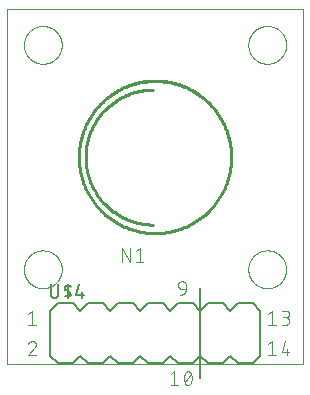
<source format=gto>
G75*
%MOIN*%
%OFA0B0*%
%FSLAX25Y25*%
%IPPOS*%
%LPD*%
%AMOC8*
5,1,8,0,0,1.08239X$1,22.5*
%
%ADD10C,0.00000*%
%ADD11C,0.00600*%
%ADD12C,0.00400*%
%ADD13C,0.00500*%
%ADD14C,0.00630*%
%ADD15C,0.01000*%
D10*
X0001000Y0010264D02*
X0001000Y0128374D01*
X0099425Y0128374D01*
X0099425Y0010264D01*
X0001000Y0010264D01*
X0006512Y0041760D02*
X0006514Y0041918D01*
X0006520Y0042076D01*
X0006530Y0042234D01*
X0006544Y0042392D01*
X0006562Y0042549D01*
X0006583Y0042706D01*
X0006609Y0042862D01*
X0006639Y0043018D01*
X0006672Y0043173D01*
X0006710Y0043326D01*
X0006751Y0043479D01*
X0006796Y0043631D01*
X0006845Y0043782D01*
X0006898Y0043931D01*
X0006954Y0044079D01*
X0007014Y0044225D01*
X0007078Y0044370D01*
X0007146Y0044513D01*
X0007217Y0044655D01*
X0007291Y0044795D01*
X0007369Y0044932D01*
X0007451Y0045068D01*
X0007535Y0045202D01*
X0007624Y0045333D01*
X0007715Y0045462D01*
X0007810Y0045589D01*
X0007907Y0045714D01*
X0008008Y0045836D01*
X0008112Y0045955D01*
X0008219Y0046072D01*
X0008329Y0046186D01*
X0008442Y0046297D01*
X0008557Y0046406D01*
X0008675Y0046511D01*
X0008796Y0046613D01*
X0008919Y0046713D01*
X0009045Y0046809D01*
X0009173Y0046902D01*
X0009303Y0046992D01*
X0009436Y0047078D01*
X0009571Y0047162D01*
X0009707Y0047241D01*
X0009846Y0047318D01*
X0009987Y0047390D01*
X0010129Y0047460D01*
X0010273Y0047525D01*
X0010419Y0047587D01*
X0010566Y0047645D01*
X0010715Y0047700D01*
X0010865Y0047751D01*
X0011016Y0047798D01*
X0011168Y0047841D01*
X0011321Y0047880D01*
X0011476Y0047916D01*
X0011631Y0047947D01*
X0011787Y0047975D01*
X0011943Y0047999D01*
X0012100Y0048019D01*
X0012258Y0048035D01*
X0012415Y0048047D01*
X0012574Y0048055D01*
X0012732Y0048059D01*
X0012890Y0048059D01*
X0013048Y0048055D01*
X0013207Y0048047D01*
X0013364Y0048035D01*
X0013522Y0048019D01*
X0013679Y0047999D01*
X0013835Y0047975D01*
X0013991Y0047947D01*
X0014146Y0047916D01*
X0014301Y0047880D01*
X0014454Y0047841D01*
X0014606Y0047798D01*
X0014757Y0047751D01*
X0014907Y0047700D01*
X0015056Y0047645D01*
X0015203Y0047587D01*
X0015349Y0047525D01*
X0015493Y0047460D01*
X0015635Y0047390D01*
X0015776Y0047318D01*
X0015915Y0047241D01*
X0016051Y0047162D01*
X0016186Y0047078D01*
X0016319Y0046992D01*
X0016449Y0046902D01*
X0016577Y0046809D01*
X0016703Y0046713D01*
X0016826Y0046613D01*
X0016947Y0046511D01*
X0017065Y0046406D01*
X0017180Y0046297D01*
X0017293Y0046186D01*
X0017403Y0046072D01*
X0017510Y0045955D01*
X0017614Y0045836D01*
X0017715Y0045714D01*
X0017812Y0045589D01*
X0017907Y0045462D01*
X0017998Y0045333D01*
X0018087Y0045202D01*
X0018171Y0045068D01*
X0018253Y0044932D01*
X0018331Y0044795D01*
X0018405Y0044655D01*
X0018476Y0044513D01*
X0018544Y0044370D01*
X0018608Y0044225D01*
X0018668Y0044079D01*
X0018724Y0043931D01*
X0018777Y0043782D01*
X0018826Y0043631D01*
X0018871Y0043479D01*
X0018912Y0043326D01*
X0018950Y0043173D01*
X0018983Y0043018D01*
X0019013Y0042862D01*
X0019039Y0042706D01*
X0019060Y0042549D01*
X0019078Y0042392D01*
X0019092Y0042234D01*
X0019102Y0042076D01*
X0019108Y0041918D01*
X0019110Y0041760D01*
X0019108Y0041602D01*
X0019102Y0041444D01*
X0019092Y0041286D01*
X0019078Y0041128D01*
X0019060Y0040971D01*
X0019039Y0040814D01*
X0019013Y0040658D01*
X0018983Y0040502D01*
X0018950Y0040347D01*
X0018912Y0040194D01*
X0018871Y0040041D01*
X0018826Y0039889D01*
X0018777Y0039738D01*
X0018724Y0039589D01*
X0018668Y0039441D01*
X0018608Y0039295D01*
X0018544Y0039150D01*
X0018476Y0039007D01*
X0018405Y0038865D01*
X0018331Y0038725D01*
X0018253Y0038588D01*
X0018171Y0038452D01*
X0018087Y0038318D01*
X0017998Y0038187D01*
X0017907Y0038058D01*
X0017812Y0037931D01*
X0017715Y0037806D01*
X0017614Y0037684D01*
X0017510Y0037565D01*
X0017403Y0037448D01*
X0017293Y0037334D01*
X0017180Y0037223D01*
X0017065Y0037114D01*
X0016947Y0037009D01*
X0016826Y0036907D01*
X0016703Y0036807D01*
X0016577Y0036711D01*
X0016449Y0036618D01*
X0016319Y0036528D01*
X0016186Y0036442D01*
X0016051Y0036358D01*
X0015915Y0036279D01*
X0015776Y0036202D01*
X0015635Y0036130D01*
X0015493Y0036060D01*
X0015349Y0035995D01*
X0015203Y0035933D01*
X0015056Y0035875D01*
X0014907Y0035820D01*
X0014757Y0035769D01*
X0014606Y0035722D01*
X0014454Y0035679D01*
X0014301Y0035640D01*
X0014146Y0035604D01*
X0013991Y0035573D01*
X0013835Y0035545D01*
X0013679Y0035521D01*
X0013522Y0035501D01*
X0013364Y0035485D01*
X0013207Y0035473D01*
X0013048Y0035465D01*
X0012890Y0035461D01*
X0012732Y0035461D01*
X0012574Y0035465D01*
X0012415Y0035473D01*
X0012258Y0035485D01*
X0012100Y0035501D01*
X0011943Y0035521D01*
X0011787Y0035545D01*
X0011631Y0035573D01*
X0011476Y0035604D01*
X0011321Y0035640D01*
X0011168Y0035679D01*
X0011016Y0035722D01*
X0010865Y0035769D01*
X0010715Y0035820D01*
X0010566Y0035875D01*
X0010419Y0035933D01*
X0010273Y0035995D01*
X0010129Y0036060D01*
X0009987Y0036130D01*
X0009846Y0036202D01*
X0009707Y0036279D01*
X0009571Y0036358D01*
X0009436Y0036442D01*
X0009303Y0036528D01*
X0009173Y0036618D01*
X0009045Y0036711D01*
X0008919Y0036807D01*
X0008796Y0036907D01*
X0008675Y0037009D01*
X0008557Y0037114D01*
X0008442Y0037223D01*
X0008329Y0037334D01*
X0008219Y0037448D01*
X0008112Y0037565D01*
X0008008Y0037684D01*
X0007907Y0037806D01*
X0007810Y0037931D01*
X0007715Y0038058D01*
X0007624Y0038187D01*
X0007535Y0038318D01*
X0007451Y0038452D01*
X0007369Y0038588D01*
X0007291Y0038725D01*
X0007217Y0038865D01*
X0007146Y0039007D01*
X0007078Y0039150D01*
X0007014Y0039295D01*
X0006954Y0039441D01*
X0006898Y0039589D01*
X0006845Y0039738D01*
X0006796Y0039889D01*
X0006751Y0040041D01*
X0006710Y0040194D01*
X0006672Y0040347D01*
X0006639Y0040502D01*
X0006609Y0040658D01*
X0006583Y0040814D01*
X0006562Y0040971D01*
X0006544Y0041128D01*
X0006530Y0041286D01*
X0006520Y0041444D01*
X0006514Y0041602D01*
X0006512Y0041760D01*
X0006512Y0116563D02*
X0006514Y0116721D01*
X0006520Y0116879D01*
X0006530Y0117037D01*
X0006544Y0117195D01*
X0006562Y0117352D01*
X0006583Y0117509D01*
X0006609Y0117665D01*
X0006639Y0117821D01*
X0006672Y0117976D01*
X0006710Y0118129D01*
X0006751Y0118282D01*
X0006796Y0118434D01*
X0006845Y0118585D01*
X0006898Y0118734D01*
X0006954Y0118882D01*
X0007014Y0119028D01*
X0007078Y0119173D01*
X0007146Y0119316D01*
X0007217Y0119458D01*
X0007291Y0119598D01*
X0007369Y0119735D01*
X0007451Y0119871D01*
X0007535Y0120005D01*
X0007624Y0120136D01*
X0007715Y0120265D01*
X0007810Y0120392D01*
X0007907Y0120517D01*
X0008008Y0120639D01*
X0008112Y0120758D01*
X0008219Y0120875D01*
X0008329Y0120989D01*
X0008442Y0121100D01*
X0008557Y0121209D01*
X0008675Y0121314D01*
X0008796Y0121416D01*
X0008919Y0121516D01*
X0009045Y0121612D01*
X0009173Y0121705D01*
X0009303Y0121795D01*
X0009436Y0121881D01*
X0009571Y0121965D01*
X0009707Y0122044D01*
X0009846Y0122121D01*
X0009987Y0122193D01*
X0010129Y0122263D01*
X0010273Y0122328D01*
X0010419Y0122390D01*
X0010566Y0122448D01*
X0010715Y0122503D01*
X0010865Y0122554D01*
X0011016Y0122601D01*
X0011168Y0122644D01*
X0011321Y0122683D01*
X0011476Y0122719D01*
X0011631Y0122750D01*
X0011787Y0122778D01*
X0011943Y0122802D01*
X0012100Y0122822D01*
X0012258Y0122838D01*
X0012415Y0122850D01*
X0012574Y0122858D01*
X0012732Y0122862D01*
X0012890Y0122862D01*
X0013048Y0122858D01*
X0013207Y0122850D01*
X0013364Y0122838D01*
X0013522Y0122822D01*
X0013679Y0122802D01*
X0013835Y0122778D01*
X0013991Y0122750D01*
X0014146Y0122719D01*
X0014301Y0122683D01*
X0014454Y0122644D01*
X0014606Y0122601D01*
X0014757Y0122554D01*
X0014907Y0122503D01*
X0015056Y0122448D01*
X0015203Y0122390D01*
X0015349Y0122328D01*
X0015493Y0122263D01*
X0015635Y0122193D01*
X0015776Y0122121D01*
X0015915Y0122044D01*
X0016051Y0121965D01*
X0016186Y0121881D01*
X0016319Y0121795D01*
X0016449Y0121705D01*
X0016577Y0121612D01*
X0016703Y0121516D01*
X0016826Y0121416D01*
X0016947Y0121314D01*
X0017065Y0121209D01*
X0017180Y0121100D01*
X0017293Y0120989D01*
X0017403Y0120875D01*
X0017510Y0120758D01*
X0017614Y0120639D01*
X0017715Y0120517D01*
X0017812Y0120392D01*
X0017907Y0120265D01*
X0017998Y0120136D01*
X0018087Y0120005D01*
X0018171Y0119871D01*
X0018253Y0119735D01*
X0018331Y0119598D01*
X0018405Y0119458D01*
X0018476Y0119316D01*
X0018544Y0119173D01*
X0018608Y0119028D01*
X0018668Y0118882D01*
X0018724Y0118734D01*
X0018777Y0118585D01*
X0018826Y0118434D01*
X0018871Y0118282D01*
X0018912Y0118129D01*
X0018950Y0117976D01*
X0018983Y0117821D01*
X0019013Y0117665D01*
X0019039Y0117509D01*
X0019060Y0117352D01*
X0019078Y0117195D01*
X0019092Y0117037D01*
X0019102Y0116879D01*
X0019108Y0116721D01*
X0019110Y0116563D01*
X0019108Y0116405D01*
X0019102Y0116247D01*
X0019092Y0116089D01*
X0019078Y0115931D01*
X0019060Y0115774D01*
X0019039Y0115617D01*
X0019013Y0115461D01*
X0018983Y0115305D01*
X0018950Y0115150D01*
X0018912Y0114997D01*
X0018871Y0114844D01*
X0018826Y0114692D01*
X0018777Y0114541D01*
X0018724Y0114392D01*
X0018668Y0114244D01*
X0018608Y0114098D01*
X0018544Y0113953D01*
X0018476Y0113810D01*
X0018405Y0113668D01*
X0018331Y0113528D01*
X0018253Y0113391D01*
X0018171Y0113255D01*
X0018087Y0113121D01*
X0017998Y0112990D01*
X0017907Y0112861D01*
X0017812Y0112734D01*
X0017715Y0112609D01*
X0017614Y0112487D01*
X0017510Y0112368D01*
X0017403Y0112251D01*
X0017293Y0112137D01*
X0017180Y0112026D01*
X0017065Y0111917D01*
X0016947Y0111812D01*
X0016826Y0111710D01*
X0016703Y0111610D01*
X0016577Y0111514D01*
X0016449Y0111421D01*
X0016319Y0111331D01*
X0016186Y0111245D01*
X0016051Y0111161D01*
X0015915Y0111082D01*
X0015776Y0111005D01*
X0015635Y0110933D01*
X0015493Y0110863D01*
X0015349Y0110798D01*
X0015203Y0110736D01*
X0015056Y0110678D01*
X0014907Y0110623D01*
X0014757Y0110572D01*
X0014606Y0110525D01*
X0014454Y0110482D01*
X0014301Y0110443D01*
X0014146Y0110407D01*
X0013991Y0110376D01*
X0013835Y0110348D01*
X0013679Y0110324D01*
X0013522Y0110304D01*
X0013364Y0110288D01*
X0013207Y0110276D01*
X0013048Y0110268D01*
X0012890Y0110264D01*
X0012732Y0110264D01*
X0012574Y0110268D01*
X0012415Y0110276D01*
X0012258Y0110288D01*
X0012100Y0110304D01*
X0011943Y0110324D01*
X0011787Y0110348D01*
X0011631Y0110376D01*
X0011476Y0110407D01*
X0011321Y0110443D01*
X0011168Y0110482D01*
X0011016Y0110525D01*
X0010865Y0110572D01*
X0010715Y0110623D01*
X0010566Y0110678D01*
X0010419Y0110736D01*
X0010273Y0110798D01*
X0010129Y0110863D01*
X0009987Y0110933D01*
X0009846Y0111005D01*
X0009707Y0111082D01*
X0009571Y0111161D01*
X0009436Y0111245D01*
X0009303Y0111331D01*
X0009173Y0111421D01*
X0009045Y0111514D01*
X0008919Y0111610D01*
X0008796Y0111710D01*
X0008675Y0111812D01*
X0008557Y0111917D01*
X0008442Y0112026D01*
X0008329Y0112137D01*
X0008219Y0112251D01*
X0008112Y0112368D01*
X0008008Y0112487D01*
X0007907Y0112609D01*
X0007810Y0112734D01*
X0007715Y0112861D01*
X0007624Y0112990D01*
X0007535Y0113121D01*
X0007451Y0113255D01*
X0007369Y0113391D01*
X0007291Y0113528D01*
X0007217Y0113668D01*
X0007146Y0113810D01*
X0007078Y0113953D01*
X0007014Y0114098D01*
X0006954Y0114244D01*
X0006898Y0114392D01*
X0006845Y0114541D01*
X0006796Y0114692D01*
X0006751Y0114844D01*
X0006710Y0114997D01*
X0006672Y0115150D01*
X0006639Y0115305D01*
X0006609Y0115461D01*
X0006583Y0115617D01*
X0006562Y0115774D01*
X0006544Y0115931D01*
X0006530Y0116089D01*
X0006520Y0116247D01*
X0006514Y0116405D01*
X0006512Y0116563D01*
X0081315Y0116563D02*
X0081317Y0116721D01*
X0081323Y0116879D01*
X0081333Y0117037D01*
X0081347Y0117195D01*
X0081365Y0117352D01*
X0081386Y0117509D01*
X0081412Y0117665D01*
X0081442Y0117821D01*
X0081475Y0117976D01*
X0081513Y0118129D01*
X0081554Y0118282D01*
X0081599Y0118434D01*
X0081648Y0118585D01*
X0081701Y0118734D01*
X0081757Y0118882D01*
X0081817Y0119028D01*
X0081881Y0119173D01*
X0081949Y0119316D01*
X0082020Y0119458D01*
X0082094Y0119598D01*
X0082172Y0119735D01*
X0082254Y0119871D01*
X0082338Y0120005D01*
X0082427Y0120136D01*
X0082518Y0120265D01*
X0082613Y0120392D01*
X0082710Y0120517D01*
X0082811Y0120639D01*
X0082915Y0120758D01*
X0083022Y0120875D01*
X0083132Y0120989D01*
X0083245Y0121100D01*
X0083360Y0121209D01*
X0083478Y0121314D01*
X0083599Y0121416D01*
X0083722Y0121516D01*
X0083848Y0121612D01*
X0083976Y0121705D01*
X0084106Y0121795D01*
X0084239Y0121881D01*
X0084374Y0121965D01*
X0084510Y0122044D01*
X0084649Y0122121D01*
X0084790Y0122193D01*
X0084932Y0122263D01*
X0085076Y0122328D01*
X0085222Y0122390D01*
X0085369Y0122448D01*
X0085518Y0122503D01*
X0085668Y0122554D01*
X0085819Y0122601D01*
X0085971Y0122644D01*
X0086124Y0122683D01*
X0086279Y0122719D01*
X0086434Y0122750D01*
X0086590Y0122778D01*
X0086746Y0122802D01*
X0086903Y0122822D01*
X0087061Y0122838D01*
X0087218Y0122850D01*
X0087377Y0122858D01*
X0087535Y0122862D01*
X0087693Y0122862D01*
X0087851Y0122858D01*
X0088010Y0122850D01*
X0088167Y0122838D01*
X0088325Y0122822D01*
X0088482Y0122802D01*
X0088638Y0122778D01*
X0088794Y0122750D01*
X0088949Y0122719D01*
X0089104Y0122683D01*
X0089257Y0122644D01*
X0089409Y0122601D01*
X0089560Y0122554D01*
X0089710Y0122503D01*
X0089859Y0122448D01*
X0090006Y0122390D01*
X0090152Y0122328D01*
X0090296Y0122263D01*
X0090438Y0122193D01*
X0090579Y0122121D01*
X0090718Y0122044D01*
X0090854Y0121965D01*
X0090989Y0121881D01*
X0091122Y0121795D01*
X0091252Y0121705D01*
X0091380Y0121612D01*
X0091506Y0121516D01*
X0091629Y0121416D01*
X0091750Y0121314D01*
X0091868Y0121209D01*
X0091983Y0121100D01*
X0092096Y0120989D01*
X0092206Y0120875D01*
X0092313Y0120758D01*
X0092417Y0120639D01*
X0092518Y0120517D01*
X0092615Y0120392D01*
X0092710Y0120265D01*
X0092801Y0120136D01*
X0092890Y0120005D01*
X0092974Y0119871D01*
X0093056Y0119735D01*
X0093134Y0119598D01*
X0093208Y0119458D01*
X0093279Y0119316D01*
X0093347Y0119173D01*
X0093411Y0119028D01*
X0093471Y0118882D01*
X0093527Y0118734D01*
X0093580Y0118585D01*
X0093629Y0118434D01*
X0093674Y0118282D01*
X0093715Y0118129D01*
X0093753Y0117976D01*
X0093786Y0117821D01*
X0093816Y0117665D01*
X0093842Y0117509D01*
X0093863Y0117352D01*
X0093881Y0117195D01*
X0093895Y0117037D01*
X0093905Y0116879D01*
X0093911Y0116721D01*
X0093913Y0116563D01*
X0093911Y0116405D01*
X0093905Y0116247D01*
X0093895Y0116089D01*
X0093881Y0115931D01*
X0093863Y0115774D01*
X0093842Y0115617D01*
X0093816Y0115461D01*
X0093786Y0115305D01*
X0093753Y0115150D01*
X0093715Y0114997D01*
X0093674Y0114844D01*
X0093629Y0114692D01*
X0093580Y0114541D01*
X0093527Y0114392D01*
X0093471Y0114244D01*
X0093411Y0114098D01*
X0093347Y0113953D01*
X0093279Y0113810D01*
X0093208Y0113668D01*
X0093134Y0113528D01*
X0093056Y0113391D01*
X0092974Y0113255D01*
X0092890Y0113121D01*
X0092801Y0112990D01*
X0092710Y0112861D01*
X0092615Y0112734D01*
X0092518Y0112609D01*
X0092417Y0112487D01*
X0092313Y0112368D01*
X0092206Y0112251D01*
X0092096Y0112137D01*
X0091983Y0112026D01*
X0091868Y0111917D01*
X0091750Y0111812D01*
X0091629Y0111710D01*
X0091506Y0111610D01*
X0091380Y0111514D01*
X0091252Y0111421D01*
X0091122Y0111331D01*
X0090989Y0111245D01*
X0090854Y0111161D01*
X0090718Y0111082D01*
X0090579Y0111005D01*
X0090438Y0110933D01*
X0090296Y0110863D01*
X0090152Y0110798D01*
X0090006Y0110736D01*
X0089859Y0110678D01*
X0089710Y0110623D01*
X0089560Y0110572D01*
X0089409Y0110525D01*
X0089257Y0110482D01*
X0089104Y0110443D01*
X0088949Y0110407D01*
X0088794Y0110376D01*
X0088638Y0110348D01*
X0088482Y0110324D01*
X0088325Y0110304D01*
X0088167Y0110288D01*
X0088010Y0110276D01*
X0087851Y0110268D01*
X0087693Y0110264D01*
X0087535Y0110264D01*
X0087377Y0110268D01*
X0087218Y0110276D01*
X0087061Y0110288D01*
X0086903Y0110304D01*
X0086746Y0110324D01*
X0086590Y0110348D01*
X0086434Y0110376D01*
X0086279Y0110407D01*
X0086124Y0110443D01*
X0085971Y0110482D01*
X0085819Y0110525D01*
X0085668Y0110572D01*
X0085518Y0110623D01*
X0085369Y0110678D01*
X0085222Y0110736D01*
X0085076Y0110798D01*
X0084932Y0110863D01*
X0084790Y0110933D01*
X0084649Y0111005D01*
X0084510Y0111082D01*
X0084374Y0111161D01*
X0084239Y0111245D01*
X0084106Y0111331D01*
X0083976Y0111421D01*
X0083848Y0111514D01*
X0083722Y0111610D01*
X0083599Y0111710D01*
X0083478Y0111812D01*
X0083360Y0111917D01*
X0083245Y0112026D01*
X0083132Y0112137D01*
X0083022Y0112251D01*
X0082915Y0112368D01*
X0082811Y0112487D01*
X0082710Y0112609D01*
X0082613Y0112734D01*
X0082518Y0112861D01*
X0082427Y0112990D01*
X0082338Y0113121D01*
X0082254Y0113255D01*
X0082172Y0113391D01*
X0082094Y0113528D01*
X0082020Y0113668D01*
X0081949Y0113810D01*
X0081881Y0113953D01*
X0081817Y0114098D01*
X0081757Y0114244D01*
X0081701Y0114392D01*
X0081648Y0114541D01*
X0081599Y0114692D01*
X0081554Y0114844D01*
X0081513Y0114997D01*
X0081475Y0115150D01*
X0081442Y0115305D01*
X0081412Y0115461D01*
X0081386Y0115617D01*
X0081365Y0115774D01*
X0081347Y0115931D01*
X0081333Y0116089D01*
X0081323Y0116247D01*
X0081317Y0116405D01*
X0081315Y0116563D01*
X0081315Y0041760D02*
X0081317Y0041918D01*
X0081323Y0042076D01*
X0081333Y0042234D01*
X0081347Y0042392D01*
X0081365Y0042549D01*
X0081386Y0042706D01*
X0081412Y0042862D01*
X0081442Y0043018D01*
X0081475Y0043173D01*
X0081513Y0043326D01*
X0081554Y0043479D01*
X0081599Y0043631D01*
X0081648Y0043782D01*
X0081701Y0043931D01*
X0081757Y0044079D01*
X0081817Y0044225D01*
X0081881Y0044370D01*
X0081949Y0044513D01*
X0082020Y0044655D01*
X0082094Y0044795D01*
X0082172Y0044932D01*
X0082254Y0045068D01*
X0082338Y0045202D01*
X0082427Y0045333D01*
X0082518Y0045462D01*
X0082613Y0045589D01*
X0082710Y0045714D01*
X0082811Y0045836D01*
X0082915Y0045955D01*
X0083022Y0046072D01*
X0083132Y0046186D01*
X0083245Y0046297D01*
X0083360Y0046406D01*
X0083478Y0046511D01*
X0083599Y0046613D01*
X0083722Y0046713D01*
X0083848Y0046809D01*
X0083976Y0046902D01*
X0084106Y0046992D01*
X0084239Y0047078D01*
X0084374Y0047162D01*
X0084510Y0047241D01*
X0084649Y0047318D01*
X0084790Y0047390D01*
X0084932Y0047460D01*
X0085076Y0047525D01*
X0085222Y0047587D01*
X0085369Y0047645D01*
X0085518Y0047700D01*
X0085668Y0047751D01*
X0085819Y0047798D01*
X0085971Y0047841D01*
X0086124Y0047880D01*
X0086279Y0047916D01*
X0086434Y0047947D01*
X0086590Y0047975D01*
X0086746Y0047999D01*
X0086903Y0048019D01*
X0087061Y0048035D01*
X0087218Y0048047D01*
X0087377Y0048055D01*
X0087535Y0048059D01*
X0087693Y0048059D01*
X0087851Y0048055D01*
X0088010Y0048047D01*
X0088167Y0048035D01*
X0088325Y0048019D01*
X0088482Y0047999D01*
X0088638Y0047975D01*
X0088794Y0047947D01*
X0088949Y0047916D01*
X0089104Y0047880D01*
X0089257Y0047841D01*
X0089409Y0047798D01*
X0089560Y0047751D01*
X0089710Y0047700D01*
X0089859Y0047645D01*
X0090006Y0047587D01*
X0090152Y0047525D01*
X0090296Y0047460D01*
X0090438Y0047390D01*
X0090579Y0047318D01*
X0090718Y0047241D01*
X0090854Y0047162D01*
X0090989Y0047078D01*
X0091122Y0046992D01*
X0091252Y0046902D01*
X0091380Y0046809D01*
X0091506Y0046713D01*
X0091629Y0046613D01*
X0091750Y0046511D01*
X0091868Y0046406D01*
X0091983Y0046297D01*
X0092096Y0046186D01*
X0092206Y0046072D01*
X0092313Y0045955D01*
X0092417Y0045836D01*
X0092518Y0045714D01*
X0092615Y0045589D01*
X0092710Y0045462D01*
X0092801Y0045333D01*
X0092890Y0045202D01*
X0092974Y0045068D01*
X0093056Y0044932D01*
X0093134Y0044795D01*
X0093208Y0044655D01*
X0093279Y0044513D01*
X0093347Y0044370D01*
X0093411Y0044225D01*
X0093471Y0044079D01*
X0093527Y0043931D01*
X0093580Y0043782D01*
X0093629Y0043631D01*
X0093674Y0043479D01*
X0093715Y0043326D01*
X0093753Y0043173D01*
X0093786Y0043018D01*
X0093816Y0042862D01*
X0093842Y0042706D01*
X0093863Y0042549D01*
X0093881Y0042392D01*
X0093895Y0042234D01*
X0093905Y0042076D01*
X0093911Y0041918D01*
X0093913Y0041760D01*
X0093911Y0041602D01*
X0093905Y0041444D01*
X0093895Y0041286D01*
X0093881Y0041128D01*
X0093863Y0040971D01*
X0093842Y0040814D01*
X0093816Y0040658D01*
X0093786Y0040502D01*
X0093753Y0040347D01*
X0093715Y0040194D01*
X0093674Y0040041D01*
X0093629Y0039889D01*
X0093580Y0039738D01*
X0093527Y0039589D01*
X0093471Y0039441D01*
X0093411Y0039295D01*
X0093347Y0039150D01*
X0093279Y0039007D01*
X0093208Y0038865D01*
X0093134Y0038725D01*
X0093056Y0038588D01*
X0092974Y0038452D01*
X0092890Y0038318D01*
X0092801Y0038187D01*
X0092710Y0038058D01*
X0092615Y0037931D01*
X0092518Y0037806D01*
X0092417Y0037684D01*
X0092313Y0037565D01*
X0092206Y0037448D01*
X0092096Y0037334D01*
X0091983Y0037223D01*
X0091868Y0037114D01*
X0091750Y0037009D01*
X0091629Y0036907D01*
X0091506Y0036807D01*
X0091380Y0036711D01*
X0091252Y0036618D01*
X0091122Y0036528D01*
X0090989Y0036442D01*
X0090854Y0036358D01*
X0090718Y0036279D01*
X0090579Y0036202D01*
X0090438Y0036130D01*
X0090296Y0036060D01*
X0090152Y0035995D01*
X0090006Y0035933D01*
X0089859Y0035875D01*
X0089710Y0035820D01*
X0089560Y0035769D01*
X0089409Y0035722D01*
X0089257Y0035679D01*
X0089104Y0035640D01*
X0088949Y0035604D01*
X0088794Y0035573D01*
X0088638Y0035545D01*
X0088482Y0035521D01*
X0088325Y0035501D01*
X0088167Y0035485D01*
X0088010Y0035473D01*
X0087851Y0035465D01*
X0087693Y0035461D01*
X0087535Y0035461D01*
X0087377Y0035465D01*
X0087218Y0035473D01*
X0087061Y0035485D01*
X0086903Y0035501D01*
X0086746Y0035521D01*
X0086590Y0035545D01*
X0086434Y0035573D01*
X0086279Y0035604D01*
X0086124Y0035640D01*
X0085971Y0035679D01*
X0085819Y0035722D01*
X0085668Y0035769D01*
X0085518Y0035820D01*
X0085369Y0035875D01*
X0085222Y0035933D01*
X0085076Y0035995D01*
X0084932Y0036060D01*
X0084790Y0036130D01*
X0084649Y0036202D01*
X0084510Y0036279D01*
X0084374Y0036358D01*
X0084239Y0036442D01*
X0084106Y0036528D01*
X0083976Y0036618D01*
X0083848Y0036711D01*
X0083722Y0036807D01*
X0083599Y0036907D01*
X0083478Y0037009D01*
X0083360Y0037114D01*
X0083245Y0037223D01*
X0083132Y0037334D01*
X0083022Y0037448D01*
X0082915Y0037565D01*
X0082811Y0037684D01*
X0082710Y0037806D01*
X0082613Y0037931D01*
X0082518Y0038058D01*
X0082427Y0038187D01*
X0082338Y0038318D01*
X0082254Y0038452D01*
X0082172Y0038588D01*
X0082094Y0038725D01*
X0082020Y0038865D01*
X0081949Y0039007D01*
X0081881Y0039150D01*
X0081817Y0039295D01*
X0081757Y0039441D01*
X0081701Y0039589D01*
X0081648Y0039738D01*
X0081599Y0039889D01*
X0081554Y0040041D01*
X0081513Y0040194D01*
X0081475Y0040347D01*
X0081442Y0040502D01*
X0081412Y0040658D01*
X0081386Y0040814D01*
X0081365Y0040971D01*
X0081347Y0041128D01*
X0081333Y0041286D01*
X0081323Y0041444D01*
X0081317Y0041602D01*
X0081315Y0041760D01*
D11*
X0082713Y0030500D02*
X0077713Y0030500D01*
X0075213Y0028000D01*
X0072713Y0030500D01*
X0067713Y0030500D01*
X0065213Y0028000D01*
X0062713Y0030500D01*
X0057713Y0030500D01*
X0055213Y0028000D01*
X0052713Y0030500D01*
X0047713Y0030500D01*
X0045213Y0028000D01*
X0042713Y0030500D01*
X0037713Y0030500D01*
X0035213Y0028000D01*
X0032713Y0030500D01*
X0027713Y0030500D01*
X0025213Y0028000D01*
X0022713Y0030500D01*
X0017713Y0030500D01*
X0015213Y0028000D01*
X0015213Y0013000D01*
X0017713Y0010500D01*
X0022713Y0010500D01*
X0025213Y0013000D01*
X0027713Y0010500D01*
X0032713Y0010500D01*
X0035213Y0013000D01*
X0037713Y0010500D01*
X0042713Y0010500D01*
X0045213Y0013000D01*
X0047713Y0010500D01*
X0052713Y0010500D01*
X0055213Y0013000D01*
X0057713Y0010500D01*
X0062713Y0010500D01*
X0065213Y0013000D01*
X0067713Y0010500D01*
X0072713Y0010500D01*
X0075213Y0013000D01*
X0077713Y0010500D01*
X0082713Y0010500D01*
X0085213Y0013000D01*
X0085213Y0028000D01*
X0082713Y0030500D01*
D12*
X0087913Y0026778D02*
X0089190Y0027800D01*
X0089190Y0023200D01*
X0087913Y0023200D02*
X0090468Y0023200D01*
X0092413Y0023200D02*
X0093690Y0023200D01*
X0093760Y0023202D01*
X0093831Y0023208D01*
X0093900Y0023217D01*
X0093969Y0023231D01*
X0094038Y0023248D01*
X0094105Y0023269D01*
X0094171Y0023294D01*
X0094235Y0023322D01*
X0094298Y0023354D01*
X0094359Y0023389D01*
X0094418Y0023428D01*
X0094475Y0023469D01*
X0094529Y0023514D01*
X0094581Y0023562D01*
X0094630Y0023612D01*
X0094677Y0023666D01*
X0094720Y0023721D01*
X0094760Y0023779D01*
X0094797Y0023839D01*
X0094830Y0023901D01*
X0094860Y0023965D01*
X0094887Y0024030D01*
X0094910Y0024096D01*
X0094929Y0024164D01*
X0094944Y0024233D01*
X0094956Y0024302D01*
X0094964Y0024372D01*
X0094968Y0024443D01*
X0094968Y0024513D01*
X0094964Y0024584D01*
X0094956Y0024654D01*
X0094944Y0024723D01*
X0094929Y0024792D01*
X0094910Y0024860D01*
X0094887Y0024926D01*
X0094860Y0024991D01*
X0094830Y0025055D01*
X0094797Y0025117D01*
X0094760Y0025177D01*
X0094720Y0025235D01*
X0094677Y0025290D01*
X0094630Y0025344D01*
X0094581Y0025394D01*
X0094529Y0025442D01*
X0094475Y0025487D01*
X0094418Y0025528D01*
X0094359Y0025567D01*
X0094298Y0025602D01*
X0094235Y0025634D01*
X0094171Y0025662D01*
X0094105Y0025687D01*
X0094038Y0025708D01*
X0093969Y0025725D01*
X0093900Y0025739D01*
X0093831Y0025748D01*
X0093760Y0025754D01*
X0093690Y0025756D01*
X0093946Y0025756D02*
X0092924Y0025756D01*
X0093946Y0025756D02*
X0094009Y0025758D01*
X0094072Y0025764D01*
X0094134Y0025773D01*
X0094195Y0025787D01*
X0094256Y0025804D01*
X0094315Y0025825D01*
X0094373Y0025850D01*
X0094430Y0025878D01*
X0094484Y0025909D01*
X0094536Y0025944D01*
X0094587Y0025982D01*
X0094635Y0026023D01*
X0094680Y0026067D01*
X0094722Y0026113D01*
X0094762Y0026162D01*
X0094798Y0026213D01*
X0094831Y0026267D01*
X0094861Y0026322D01*
X0094887Y0026380D01*
X0094910Y0026438D01*
X0094929Y0026498D01*
X0094944Y0026559D01*
X0094956Y0026621D01*
X0094964Y0026684D01*
X0094968Y0026747D01*
X0094968Y0026809D01*
X0094964Y0026872D01*
X0094956Y0026935D01*
X0094944Y0026997D01*
X0094929Y0027058D01*
X0094910Y0027118D01*
X0094887Y0027176D01*
X0094861Y0027234D01*
X0094831Y0027289D01*
X0094798Y0027343D01*
X0094762Y0027394D01*
X0094722Y0027443D01*
X0094680Y0027489D01*
X0094635Y0027533D01*
X0094587Y0027574D01*
X0094536Y0027612D01*
X0094484Y0027647D01*
X0094430Y0027678D01*
X0094373Y0027706D01*
X0094315Y0027731D01*
X0094256Y0027752D01*
X0094195Y0027769D01*
X0094134Y0027783D01*
X0094072Y0027792D01*
X0094009Y0027798D01*
X0093946Y0027800D01*
X0092413Y0027800D01*
X0093435Y0017800D02*
X0092413Y0014222D01*
X0094968Y0014222D01*
X0094201Y0015244D02*
X0094201Y0013200D01*
X0090468Y0013200D02*
X0087913Y0013200D01*
X0089190Y0013200D02*
X0089190Y0017800D01*
X0087913Y0016778D01*
X0059912Y0005500D02*
X0059914Y0005385D01*
X0059919Y0005271D01*
X0059928Y0005157D01*
X0059940Y0005043D01*
X0059955Y0004929D01*
X0059974Y0004816D01*
X0059997Y0004704D01*
X0060022Y0004592D01*
X0060052Y0004481D01*
X0060084Y0004371D01*
X0060120Y0004262D01*
X0060159Y0004154D01*
X0060201Y0004048D01*
X0060247Y0003943D01*
X0060295Y0003839D01*
X0060168Y0004222D02*
X0062213Y0006778D01*
X0062085Y0007161D02*
X0062064Y0007216D01*
X0062040Y0007269D01*
X0062013Y0007321D01*
X0061982Y0007371D01*
X0061949Y0007419D01*
X0061912Y0007465D01*
X0061873Y0007509D01*
X0061831Y0007550D01*
X0061787Y0007588D01*
X0061740Y0007624D01*
X0061691Y0007656D01*
X0061640Y0007686D01*
X0061588Y0007712D01*
X0061534Y0007735D01*
X0061479Y0007755D01*
X0061422Y0007771D01*
X0061365Y0007784D01*
X0061307Y0007793D01*
X0061249Y0007798D01*
X0061190Y0007800D01*
X0061131Y0007798D01*
X0061073Y0007793D01*
X0061015Y0007784D01*
X0060958Y0007771D01*
X0060901Y0007755D01*
X0060846Y0007735D01*
X0060792Y0007712D01*
X0060740Y0007686D01*
X0060689Y0007656D01*
X0060640Y0007624D01*
X0060593Y0007588D01*
X0060549Y0007550D01*
X0060507Y0007509D01*
X0060468Y0007465D01*
X0060431Y0007419D01*
X0060398Y0007371D01*
X0060367Y0007321D01*
X0060340Y0007269D01*
X0060316Y0007216D01*
X0060295Y0007161D01*
X0062085Y0007161D02*
X0062133Y0007057D01*
X0062179Y0006952D01*
X0062221Y0006846D01*
X0062260Y0006738D01*
X0062296Y0006629D01*
X0062328Y0006519D01*
X0062358Y0006408D01*
X0062383Y0006296D01*
X0062406Y0006184D01*
X0062425Y0006071D01*
X0062440Y0005957D01*
X0062452Y0005843D01*
X0062461Y0005729D01*
X0062466Y0005615D01*
X0062468Y0005500D01*
X0059912Y0005500D02*
X0059914Y0005615D01*
X0059919Y0005729D01*
X0059928Y0005843D01*
X0059940Y0005957D01*
X0059955Y0006071D01*
X0059974Y0006184D01*
X0059997Y0006296D01*
X0060022Y0006408D01*
X0060052Y0006519D01*
X0060084Y0006629D01*
X0060120Y0006738D01*
X0060159Y0006846D01*
X0060201Y0006952D01*
X0060247Y0007057D01*
X0060295Y0007161D01*
X0062468Y0005500D02*
X0062466Y0005385D01*
X0062461Y0005271D01*
X0062452Y0005157D01*
X0062440Y0005043D01*
X0062425Y0004929D01*
X0062406Y0004816D01*
X0062383Y0004704D01*
X0062358Y0004592D01*
X0062328Y0004481D01*
X0062296Y0004371D01*
X0062260Y0004262D01*
X0062221Y0004154D01*
X0062179Y0004048D01*
X0062133Y0003943D01*
X0062085Y0003839D01*
X0062064Y0003784D01*
X0062040Y0003731D01*
X0062013Y0003679D01*
X0061982Y0003629D01*
X0061949Y0003581D01*
X0061912Y0003535D01*
X0061873Y0003491D01*
X0061831Y0003450D01*
X0061787Y0003412D01*
X0061740Y0003376D01*
X0061691Y0003344D01*
X0061640Y0003314D01*
X0061588Y0003288D01*
X0061534Y0003265D01*
X0061479Y0003245D01*
X0061422Y0003229D01*
X0061365Y0003216D01*
X0061307Y0003207D01*
X0061249Y0003202D01*
X0061190Y0003200D01*
X0061131Y0003202D01*
X0061073Y0003207D01*
X0061015Y0003216D01*
X0060958Y0003229D01*
X0060901Y0003245D01*
X0060846Y0003265D01*
X0060792Y0003288D01*
X0060740Y0003314D01*
X0060689Y0003344D01*
X0060640Y0003376D01*
X0060593Y0003412D01*
X0060549Y0003450D01*
X0060507Y0003491D01*
X0060468Y0003535D01*
X0060431Y0003581D01*
X0060398Y0003629D01*
X0060367Y0003679D01*
X0060340Y0003731D01*
X0060316Y0003784D01*
X0060295Y0003839D01*
X0057968Y0003200D02*
X0055413Y0003200D01*
X0056690Y0003200D02*
X0056690Y0007800D01*
X0055413Y0006778D01*
X0058424Y0033200D02*
X0058513Y0033202D01*
X0058602Y0033208D01*
X0058691Y0033217D01*
X0058779Y0033231D01*
X0058866Y0033248D01*
X0058953Y0033270D01*
X0059039Y0033295D01*
X0059123Y0033323D01*
X0059206Y0033356D01*
X0059288Y0033392D01*
X0059368Y0033431D01*
X0059446Y0033474D01*
X0059522Y0033520D01*
X0059596Y0033570D01*
X0059668Y0033622D01*
X0059738Y0033678D01*
X0059805Y0033737D01*
X0059869Y0033799D01*
X0059931Y0033863D01*
X0059990Y0033930D01*
X0060046Y0034000D01*
X0060098Y0034072D01*
X0060148Y0034146D01*
X0060194Y0034222D01*
X0060237Y0034300D01*
X0060276Y0034380D01*
X0060312Y0034462D01*
X0060345Y0034545D01*
X0060373Y0034629D01*
X0060398Y0034715D01*
X0060420Y0034802D01*
X0060437Y0034889D01*
X0060451Y0034977D01*
X0060460Y0035066D01*
X0060466Y0035155D01*
X0060468Y0035244D01*
X0060468Y0036522D01*
X0060468Y0035244D02*
X0058935Y0035244D01*
X0058935Y0035245D02*
X0058873Y0035247D01*
X0058812Y0035252D01*
X0058751Y0035262D01*
X0058690Y0035275D01*
X0058631Y0035291D01*
X0058573Y0035311D01*
X0058516Y0035335D01*
X0058460Y0035362D01*
X0058406Y0035392D01*
X0058354Y0035426D01*
X0058305Y0035462D01*
X0058257Y0035502D01*
X0058212Y0035544D01*
X0058170Y0035589D01*
X0058130Y0035637D01*
X0058094Y0035686D01*
X0058060Y0035738D01*
X0058030Y0035792D01*
X0058003Y0035848D01*
X0057979Y0035905D01*
X0057959Y0035963D01*
X0057943Y0036022D01*
X0057930Y0036083D01*
X0057920Y0036144D01*
X0057915Y0036205D01*
X0057913Y0036267D01*
X0057913Y0036522D01*
X0057912Y0036522D02*
X0057914Y0036592D01*
X0057920Y0036663D01*
X0057929Y0036732D01*
X0057943Y0036801D01*
X0057960Y0036870D01*
X0057981Y0036937D01*
X0058006Y0037003D01*
X0058034Y0037067D01*
X0058066Y0037130D01*
X0058101Y0037191D01*
X0058140Y0037250D01*
X0058181Y0037307D01*
X0058226Y0037361D01*
X0058274Y0037413D01*
X0058324Y0037462D01*
X0058378Y0037509D01*
X0058433Y0037552D01*
X0058491Y0037592D01*
X0058551Y0037629D01*
X0058613Y0037662D01*
X0058677Y0037692D01*
X0058742Y0037719D01*
X0058808Y0037742D01*
X0058876Y0037761D01*
X0058945Y0037776D01*
X0059014Y0037788D01*
X0059084Y0037796D01*
X0059155Y0037800D01*
X0059225Y0037800D01*
X0059296Y0037796D01*
X0059366Y0037788D01*
X0059435Y0037776D01*
X0059504Y0037761D01*
X0059572Y0037742D01*
X0059638Y0037719D01*
X0059703Y0037692D01*
X0059767Y0037662D01*
X0059829Y0037629D01*
X0059889Y0037592D01*
X0059947Y0037552D01*
X0060002Y0037509D01*
X0060056Y0037462D01*
X0060106Y0037413D01*
X0060154Y0037361D01*
X0060199Y0037307D01*
X0060240Y0037250D01*
X0060279Y0037191D01*
X0060314Y0037130D01*
X0060346Y0037067D01*
X0060374Y0037003D01*
X0060399Y0036937D01*
X0060420Y0036870D01*
X0060437Y0036801D01*
X0060451Y0036732D01*
X0060460Y0036663D01*
X0060466Y0036592D01*
X0060468Y0036522D01*
X0046368Y0044361D02*
X0043813Y0044361D01*
X0045090Y0044361D02*
X0045090Y0048961D01*
X0043813Y0047939D01*
X0041718Y0048961D02*
X0041718Y0044361D01*
X0039163Y0048961D01*
X0039163Y0044361D01*
X0010468Y0023200D02*
X0007913Y0023200D01*
X0009190Y0023200D02*
X0009190Y0027800D01*
X0007913Y0026778D01*
X0010468Y0016650D02*
X0010466Y0016583D01*
X0010461Y0016517D01*
X0010452Y0016451D01*
X0010439Y0016385D01*
X0010423Y0016321D01*
X0010404Y0016257D01*
X0010381Y0016194D01*
X0010355Y0016133D01*
X0010325Y0016073D01*
X0010292Y0016015D01*
X0010257Y0015959D01*
X0010218Y0015905D01*
X0010176Y0015853D01*
X0010132Y0015803D01*
X0010085Y0015756D01*
X0007913Y0013200D01*
X0010468Y0013200D01*
X0007913Y0016778D02*
X0007938Y0016848D01*
X0007966Y0016917D01*
X0007997Y0016984D01*
X0008032Y0017050D01*
X0008070Y0017113D01*
X0008112Y0017175D01*
X0008156Y0017235D01*
X0008203Y0017292D01*
X0008253Y0017347D01*
X0008306Y0017399D01*
X0008362Y0017449D01*
X0008420Y0017495D01*
X0008480Y0017539D01*
X0008542Y0017580D01*
X0008606Y0017617D01*
X0008672Y0017651D01*
X0008740Y0017682D01*
X0008809Y0017709D01*
X0008879Y0017733D01*
X0008950Y0017754D01*
X0009023Y0017770D01*
X0009096Y0017783D01*
X0009170Y0017793D01*
X0009244Y0017798D01*
X0009318Y0017800D01*
X0009385Y0017798D01*
X0009452Y0017792D01*
X0009518Y0017783D01*
X0009583Y0017769D01*
X0009648Y0017752D01*
X0009711Y0017731D01*
X0009773Y0017706D01*
X0009834Y0017678D01*
X0009893Y0017646D01*
X0009950Y0017611D01*
X0010005Y0017572D01*
X0010057Y0017531D01*
X0010107Y0017486D01*
X0010154Y0017439D01*
X0010199Y0017389D01*
X0010240Y0017337D01*
X0010279Y0017282D01*
X0010314Y0017225D01*
X0010346Y0017166D01*
X0010374Y0017105D01*
X0010399Y0017043D01*
X0010420Y0016980D01*
X0010437Y0016915D01*
X0010451Y0016850D01*
X0010460Y0016784D01*
X0010466Y0016717D01*
X0010468Y0016650D01*
D13*
X0021063Y0032250D02*
X0021063Y0036750D01*
X0020688Y0036250D02*
X0020636Y0036238D01*
X0020585Y0036223D01*
X0020535Y0036205D01*
X0020487Y0036183D01*
X0020440Y0036157D01*
X0020395Y0036128D01*
X0020353Y0036096D01*
X0020313Y0036061D01*
X0020275Y0036024D01*
X0020240Y0035984D01*
X0020208Y0035941D01*
X0020180Y0035896D01*
X0020154Y0035850D01*
X0020132Y0035801D01*
X0020113Y0035752D01*
X0020098Y0035701D01*
X0020087Y0035649D01*
X0020079Y0035596D01*
X0020076Y0035543D01*
X0020075Y0035490D01*
X0020079Y0035437D01*
X0020087Y0035384D01*
X0020098Y0035332D01*
X0020113Y0035281D01*
X0020131Y0035231D01*
X0020153Y0035183D01*
X0020178Y0035136D01*
X0020207Y0035091D01*
X0020239Y0035049D01*
X0020273Y0035008D01*
X0020311Y0034970D01*
X0020351Y0034935D01*
X0020393Y0034903D01*
X0020438Y0034874D01*
X0020438Y0034875D02*
X0021063Y0034500D01*
X0021688Y0034125D01*
X0022063Y0036001D02*
X0021990Y0036042D01*
X0021916Y0036081D01*
X0021839Y0036116D01*
X0021762Y0036148D01*
X0021683Y0036177D01*
X0021603Y0036203D01*
X0021522Y0036225D01*
X0021440Y0036243D01*
X0021357Y0036258D01*
X0021274Y0036270D01*
X0021190Y0036278D01*
X0021106Y0036282D01*
X0021022Y0036283D01*
X0020938Y0036280D01*
X0020854Y0036274D01*
X0020771Y0036264D01*
X0020688Y0036251D01*
X0020063Y0032999D02*
X0020136Y0032958D01*
X0020210Y0032919D01*
X0020287Y0032884D01*
X0020364Y0032852D01*
X0020443Y0032823D01*
X0020523Y0032797D01*
X0020604Y0032775D01*
X0020686Y0032757D01*
X0020769Y0032742D01*
X0020852Y0032730D01*
X0020936Y0032722D01*
X0021020Y0032718D01*
X0021104Y0032717D01*
X0021188Y0032720D01*
X0021272Y0032726D01*
X0021355Y0032736D01*
X0021438Y0032749D01*
X0021437Y0032750D02*
X0021489Y0032762D01*
X0021540Y0032777D01*
X0021590Y0032795D01*
X0021638Y0032817D01*
X0021685Y0032843D01*
X0021730Y0032872D01*
X0021772Y0032904D01*
X0021812Y0032939D01*
X0021850Y0032976D01*
X0021885Y0033016D01*
X0021917Y0033059D01*
X0021945Y0033104D01*
X0021971Y0033150D01*
X0021993Y0033199D01*
X0022012Y0033248D01*
X0022027Y0033299D01*
X0022038Y0033351D01*
X0022046Y0033404D01*
X0022049Y0033457D01*
X0022050Y0033510D01*
X0022046Y0033563D01*
X0022038Y0033616D01*
X0022027Y0033668D01*
X0022012Y0033719D01*
X0021994Y0033769D01*
X0021972Y0033817D01*
X0021947Y0033864D01*
X0021918Y0033909D01*
X0021886Y0033951D01*
X0021852Y0033992D01*
X0021814Y0034030D01*
X0021774Y0034065D01*
X0021732Y0034097D01*
X0021687Y0034126D01*
X0024013Y0033250D02*
X0026513Y0033250D01*
X0025763Y0034250D02*
X0025763Y0032250D01*
X0024013Y0033250D02*
X0025013Y0036750D01*
X0017963Y0036750D02*
X0017963Y0033500D01*
X0017961Y0033431D01*
X0017955Y0033362D01*
X0017946Y0033294D01*
X0017933Y0033227D01*
X0017916Y0033160D01*
X0017895Y0033094D01*
X0017871Y0033030D01*
X0017843Y0032967D01*
X0017812Y0032905D01*
X0017778Y0032845D01*
X0017740Y0032788D01*
X0017699Y0032732D01*
X0017656Y0032679D01*
X0017609Y0032628D01*
X0017560Y0032580D01*
X0017508Y0032535D01*
X0017453Y0032493D01*
X0017397Y0032454D01*
X0017338Y0032417D01*
X0017277Y0032385D01*
X0017215Y0032355D01*
X0017151Y0032329D01*
X0017086Y0032307D01*
X0017020Y0032288D01*
X0016953Y0032273D01*
X0016885Y0032262D01*
X0016816Y0032254D01*
X0016747Y0032250D01*
X0016679Y0032250D01*
X0016610Y0032254D01*
X0016541Y0032262D01*
X0016473Y0032273D01*
X0016406Y0032288D01*
X0016340Y0032307D01*
X0016275Y0032329D01*
X0016211Y0032355D01*
X0016149Y0032385D01*
X0016088Y0032417D01*
X0016029Y0032454D01*
X0015973Y0032493D01*
X0015918Y0032535D01*
X0015866Y0032580D01*
X0015817Y0032628D01*
X0015770Y0032679D01*
X0015727Y0032732D01*
X0015686Y0032788D01*
X0015648Y0032845D01*
X0015614Y0032905D01*
X0015583Y0032967D01*
X0015555Y0033030D01*
X0015531Y0033094D01*
X0015510Y0033160D01*
X0015493Y0033227D01*
X0015480Y0033294D01*
X0015471Y0033362D01*
X0015465Y0033431D01*
X0015463Y0033500D01*
X0015463Y0036750D01*
X0065213Y0035500D02*
X0065213Y0005500D01*
D14*
X0024886Y0079184D02*
X0024894Y0079810D01*
X0024917Y0080435D01*
X0024955Y0081060D01*
X0025009Y0081683D01*
X0025078Y0082305D01*
X0025162Y0082925D01*
X0025261Y0083543D01*
X0025376Y0084158D01*
X0025505Y0084770D01*
X0025650Y0085379D01*
X0025810Y0085984D01*
X0025984Y0086585D01*
X0026173Y0087181D01*
X0026376Y0087773D01*
X0026594Y0088360D01*
X0026827Y0088941D01*
X0027073Y0089516D01*
X0027334Y0090085D01*
X0027608Y0090647D01*
X0027896Y0091202D01*
X0028198Y0091750D01*
X0028513Y0092291D01*
X0028841Y0092824D01*
X0029183Y0093348D01*
X0029537Y0093864D01*
X0029903Y0094371D01*
X0030282Y0094869D01*
X0030673Y0095358D01*
X0031076Y0095837D01*
X0031490Y0096305D01*
X0031916Y0096764D01*
X0032353Y0097212D01*
X0032801Y0097649D01*
X0033260Y0098075D01*
X0033728Y0098489D01*
X0034207Y0098892D01*
X0034696Y0099283D01*
X0035194Y0099662D01*
X0035701Y0100028D01*
X0036217Y0100382D01*
X0036741Y0100724D01*
X0037274Y0101052D01*
X0037815Y0101367D01*
X0038363Y0101669D01*
X0038918Y0101957D01*
X0039480Y0102231D01*
X0040049Y0102492D01*
X0040624Y0102738D01*
X0041205Y0102971D01*
X0041792Y0103189D01*
X0042384Y0103392D01*
X0042980Y0103581D01*
X0043581Y0103755D01*
X0044186Y0103915D01*
X0044795Y0104060D01*
X0045407Y0104189D01*
X0046022Y0104304D01*
X0046640Y0104403D01*
X0047260Y0104487D01*
X0047882Y0104556D01*
X0048505Y0104610D01*
X0049130Y0104648D01*
X0049755Y0104671D01*
X0050381Y0104679D01*
X0051007Y0104671D01*
X0051632Y0104648D01*
X0052257Y0104610D01*
X0052880Y0104556D01*
X0053502Y0104487D01*
X0054122Y0104403D01*
X0054740Y0104304D01*
X0055355Y0104189D01*
X0055967Y0104060D01*
X0056576Y0103915D01*
X0057181Y0103755D01*
X0057782Y0103581D01*
X0058378Y0103392D01*
X0058970Y0103189D01*
X0059557Y0102971D01*
X0060138Y0102738D01*
X0060713Y0102492D01*
X0061282Y0102231D01*
X0061844Y0101957D01*
X0062399Y0101669D01*
X0062947Y0101367D01*
X0063488Y0101052D01*
X0064021Y0100724D01*
X0064545Y0100382D01*
X0065061Y0100028D01*
X0065568Y0099662D01*
X0066066Y0099283D01*
X0066555Y0098892D01*
X0067034Y0098489D01*
X0067502Y0098075D01*
X0067961Y0097649D01*
X0068409Y0097212D01*
X0068846Y0096764D01*
X0069272Y0096305D01*
X0069686Y0095837D01*
X0070089Y0095358D01*
X0070480Y0094869D01*
X0070859Y0094371D01*
X0071225Y0093864D01*
X0071579Y0093348D01*
X0071921Y0092824D01*
X0072249Y0092291D01*
X0072564Y0091750D01*
X0072866Y0091202D01*
X0073154Y0090647D01*
X0073428Y0090085D01*
X0073689Y0089516D01*
X0073935Y0088941D01*
X0074168Y0088360D01*
X0074386Y0087773D01*
X0074589Y0087181D01*
X0074778Y0086585D01*
X0074952Y0085984D01*
X0075112Y0085379D01*
X0075257Y0084770D01*
X0075386Y0084158D01*
X0075501Y0083543D01*
X0075600Y0082925D01*
X0075684Y0082305D01*
X0075753Y0081683D01*
X0075807Y0081060D01*
X0075845Y0080435D01*
X0075868Y0079810D01*
X0075876Y0079184D01*
X0075868Y0078558D01*
X0075845Y0077933D01*
X0075807Y0077308D01*
X0075753Y0076685D01*
X0075684Y0076063D01*
X0075600Y0075443D01*
X0075501Y0074825D01*
X0075386Y0074210D01*
X0075257Y0073598D01*
X0075112Y0072989D01*
X0074952Y0072384D01*
X0074778Y0071783D01*
X0074589Y0071187D01*
X0074386Y0070595D01*
X0074168Y0070008D01*
X0073935Y0069427D01*
X0073689Y0068852D01*
X0073428Y0068283D01*
X0073154Y0067721D01*
X0072866Y0067166D01*
X0072564Y0066618D01*
X0072249Y0066077D01*
X0071921Y0065544D01*
X0071579Y0065020D01*
X0071225Y0064504D01*
X0070859Y0063997D01*
X0070480Y0063499D01*
X0070089Y0063010D01*
X0069686Y0062531D01*
X0069272Y0062063D01*
X0068846Y0061604D01*
X0068409Y0061156D01*
X0067961Y0060719D01*
X0067502Y0060293D01*
X0067034Y0059879D01*
X0066555Y0059476D01*
X0066066Y0059085D01*
X0065568Y0058706D01*
X0065061Y0058340D01*
X0064545Y0057986D01*
X0064021Y0057644D01*
X0063488Y0057316D01*
X0062947Y0057001D01*
X0062399Y0056699D01*
X0061844Y0056411D01*
X0061282Y0056137D01*
X0060713Y0055876D01*
X0060138Y0055630D01*
X0059557Y0055397D01*
X0058970Y0055179D01*
X0058378Y0054976D01*
X0057782Y0054787D01*
X0057181Y0054613D01*
X0056576Y0054453D01*
X0055967Y0054308D01*
X0055355Y0054179D01*
X0054740Y0054064D01*
X0054122Y0053965D01*
X0053502Y0053881D01*
X0052880Y0053812D01*
X0052257Y0053758D01*
X0051632Y0053720D01*
X0051007Y0053697D01*
X0050381Y0053689D01*
X0049755Y0053697D01*
X0049130Y0053720D01*
X0048505Y0053758D01*
X0047882Y0053812D01*
X0047260Y0053881D01*
X0046640Y0053965D01*
X0046022Y0054064D01*
X0045407Y0054179D01*
X0044795Y0054308D01*
X0044186Y0054453D01*
X0043581Y0054613D01*
X0042980Y0054787D01*
X0042384Y0054976D01*
X0041792Y0055179D01*
X0041205Y0055397D01*
X0040624Y0055630D01*
X0040049Y0055876D01*
X0039480Y0056137D01*
X0038918Y0056411D01*
X0038363Y0056699D01*
X0037815Y0057001D01*
X0037274Y0057316D01*
X0036741Y0057644D01*
X0036217Y0057986D01*
X0035701Y0058340D01*
X0035194Y0058706D01*
X0034696Y0059085D01*
X0034207Y0059476D01*
X0033728Y0059879D01*
X0033260Y0060293D01*
X0032801Y0060719D01*
X0032353Y0061156D01*
X0031916Y0061604D01*
X0031490Y0062063D01*
X0031076Y0062531D01*
X0030673Y0063010D01*
X0030282Y0063499D01*
X0029903Y0063997D01*
X0029537Y0064504D01*
X0029183Y0065020D01*
X0028841Y0065544D01*
X0028513Y0066077D01*
X0028198Y0066618D01*
X0027896Y0067166D01*
X0027608Y0067721D01*
X0027334Y0068283D01*
X0027073Y0068852D01*
X0026827Y0069427D01*
X0026594Y0070008D01*
X0026376Y0070595D01*
X0026173Y0071187D01*
X0025984Y0071783D01*
X0025810Y0072384D01*
X0025650Y0072989D01*
X0025505Y0073598D01*
X0025376Y0074210D01*
X0025261Y0074825D01*
X0025162Y0075443D01*
X0025078Y0076063D01*
X0025009Y0076685D01*
X0024955Y0077308D01*
X0024917Y0077933D01*
X0024894Y0078558D01*
X0024886Y0079184D01*
X0049587Y0101661D02*
X0049039Y0101654D01*
X0048492Y0101634D01*
X0047945Y0101601D01*
X0047399Y0101554D01*
X0046854Y0101494D01*
X0046311Y0101421D01*
X0045770Y0101335D01*
X0045231Y0101235D01*
X0044695Y0101123D01*
X0044161Y0100997D01*
X0043631Y0100858D01*
X0043105Y0100707D01*
X0042582Y0100543D01*
X0042063Y0100366D01*
X0041549Y0100176D01*
X0041040Y0099974D01*
X0040536Y0099760D01*
X0040037Y0099534D01*
X0039543Y0099295D01*
X0039056Y0099044D01*
X0038575Y0098782D01*
X0038101Y0098508D01*
X0037633Y0098223D01*
X0037172Y0097926D01*
X0036719Y0097618D01*
X0036273Y0097299D01*
X0035836Y0096970D01*
X0035406Y0096630D01*
X0034985Y0096279D01*
X0034572Y0095918D01*
X0034169Y0095548D01*
X0033774Y0095167D01*
X0033389Y0094778D01*
X0033014Y0094379D01*
X0032648Y0093971D01*
X0032292Y0093554D01*
X0031947Y0093128D01*
X0031612Y0092695D01*
X0031288Y0092253D01*
X0030975Y0091803D01*
X0030672Y0091346D01*
X0030381Y0090882D01*
X0030101Y0090411D01*
X0029833Y0089933D01*
X0029577Y0089449D01*
X0029332Y0088959D01*
X0029100Y0088463D01*
X0028879Y0087961D01*
X0028671Y0087454D01*
X0028475Y0086942D01*
X0028292Y0086426D01*
X0028122Y0085905D01*
X0027964Y0085380D01*
X0027819Y0084852D01*
X0027686Y0084320D01*
X0027567Y0083785D01*
X0027461Y0083248D01*
X0027368Y0082708D01*
X0027289Y0082166D01*
X0027222Y0081622D01*
X0027169Y0081077D01*
X0027129Y0080530D01*
X0027102Y0079983D01*
X0027089Y0079435D01*
X0027089Y0078887D01*
X0027102Y0078339D01*
X0027129Y0077792D01*
X0027169Y0077245D01*
X0027222Y0076700D01*
X0027289Y0076156D01*
X0027368Y0075614D01*
X0027461Y0075074D01*
X0027567Y0074537D01*
X0027686Y0074002D01*
X0027819Y0073470D01*
X0027964Y0072942D01*
X0028122Y0072417D01*
X0028292Y0071896D01*
X0028475Y0071380D01*
X0028671Y0070868D01*
X0028879Y0070361D01*
X0029100Y0069859D01*
X0029332Y0069363D01*
X0029577Y0068873D01*
X0029833Y0068389D01*
X0030101Y0067911D01*
X0030381Y0067440D01*
X0030672Y0066976D01*
X0030975Y0066519D01*
X0031288Y0066069D01*
X0031612Y0065627D01*
X0031947Y0065194D01*
X0032292Y0064768D01*
X0032648Y0064351D01*
X0033014Y0063943D01*
X0033389Y0063544D01*
X0033774Y0063155D01*
X0034169Y0062774D01*
X0034572Y0062404D01*
X0034985Y0062043D01*
X0035406Y0061692D01*
X0035836Y0061352D01*
X0036273Y0061023D01*
X0036719Y0060704D01*
X0037172Y0060396D01*
X0037633Y0060099D01*
X0038101Y0059814D01*
X0038575Y0059540D01*
X0039056Y0059278D01*
X0039543Y0059027D01*
X0040037Y0058788D01*
X0040536Y0058562D01*
X0041040Y0058348D01*
X0041549Y0058146D01*
X0042063Y0057956D01*
X0042582Y0057779D01*
X0043105Y0057615D01*
X0043631Y0057464D01*
X0044161Y0057325D01*
X0044695Y0057199D01*
X0045231Y0057087D01*
X0045770Y0056987D01*
X0046311Y0056901D01*
X0046854Y0056828D01*
X0047399Y0056768D01*
X0047945Y0056721D01*
X0048492Y0056688D01*
X0049039Y0056668D01*
X0049587Y0056661D01*
D15*
X0049039Y0056668D01*
X0048492Y0056688D01*
X0047945Y0056721D01*
X0047399Y0056768D01*
X0046854Y0056828D01*
X0046311Y0056901D01*
X0045770Y0056987D01*
X0045231Y0057087D01*
X0044695Y0057199D01*
X0044161Y0057325D01*
X0043631Y0057464D01*
X0043105Y0057615D01*
X0042582Y0057779D01*
X0042063Y0057956D01*
X0041549Y0058146D01*
X0041040Y0058348D01*
X0040536Y0058562D01*
X0040037Y0058788D01*
X0039543Y0059027D01*
X0039056Y0059278D01*
X0038575Y0059540D01*
X0038101Y0059814D01*
X0037633Y0060099D01*
X0037172Y0060396D01*
X0036719Y0060704D01*
X0036273Y0061023D01*
X0035836Y0061352D01*
X0035406Y0061692D01*
X0034985Y0062043D01*
X0034572Y0062404D01*
X0034169Y0062774D01*
X0033774Y0063155D01*
X0033389Y0063544D01*
X0033014Y0063943D01*
X0032648Y0064351D01*
X0032292Y0064768D01*
X0031947Y0065194D01*
X0031612Y0065627D01*
X0031288Y0066069D01*
X0030975Y0066519D01*
X0030672Y0066976D01*
X0030381Y0067440D01*
X0030101Y0067911D01*
X0029833Y0068389D01*
X0029577Y0068873D01*
X0029332Y0069363D01*
X0029100Y0069859D01*
X0028879Y0070361D01*
X0028671Y0070868D01*
X0028475Y0071380D01*
X0028292Y0071896D01*
X0028122Y0072417D01*
X0027964Y0072942D01*
X0027819Y0073470D01*
X0027686Y0074002D01*
X0027567Y0074537D01*
X0027461Y0075074D01*
X0027368Y0075614D01*
X0027289Y0076156D01*
X0027222Y0076700D01*
X0027169Y0077245D01*
X0027129Y0077792D01*
X0027102Y0078339D01*
X0027089Y0078887D01*
X0027089Y0079435D01*
X0027102Y0079983D01*
X0027129Y0080530D01*
X0027169Y0081077D01*
X0027222Y0081622D01*
X0027289Y0082166D01*
X0027368Y0082708D01*
X0027461Y0083248D01*
X0027567Y0083785D01*
X0027686Y0084320D01*
X0027819Y0084852D01*
X0027964Y0085380D01*
X0028122Y0085905D01*
X0028292Y0086426D01*
X0028475Y0086942D01*
X0028671Y0087454D01*
X0028879Y0087961D01*
X0029100Y0088463D01*
X0029332Y0088959D01*
X0029577Y0089449D01*
X0029833Y0089933D01*
X0030101Y0090411D01*
X0030381Y0090882D01*
X0030672Y0091346D01*
X0030975Y0091803D01*
X0031288Y0092253D01*
X0031612Y0092695D01*
X0031947Y0093128D01*
X0032292Y0093554D01*
X0032648Y0093971D01*
X0033014Y0094379D01*
X0033389Y0094778D01*
X0033774Y0095167D01*
X0034169Y0095548D01*
X0034572Y0095918D01*
X0034985Y0096279D01*
X0035406Y0096630D01*
X0035836Y0096970D01*
X0036273Y0097299D01*
X0036719Y0097618D01*
X0037172Y0097926D01*
X0037633Y0098223D01*
X0038101Y0098508D01*
X0038575Y0098782D01*
X0039056Y0099044D01*
X0039543Y0099295D01*
X0040037Y0099534D01*
X0040536Y0099760D01*
X0041040Y0099974D01*
X0041549Y0100176D01*
X0042063Y0100366D01*
X0042582Y0100543D01*
X0043105Y0100707D01*
X0043631Y0100858D01*
X0044161Y0100997D01*
X0044695Y0101123D01*
X0045231Y0101235D01*
X0045770Y0101335D01*
X0046311Y0101421D01*
X0046854Y0101494D01*
X0047399Y0101554D01*
X0047945Y0101601D01*
X0048492Y0101634D01*
X0049039Y0101654D01*
X0049587Y0101661D01*
X0024833Y0079161D02*
X0024841Y0079784D01*
X0024864Y0080406D01*
X0024902Y0081028D01*
X0024955Y0081649D01*
X0025024Y0082268D01*
X0025108Y0082885D01*
X0025207Y0083500D01*
X0025321Y0084112D01*
X0025450Y0084722D01*
X0025594Y0085328D01*
X0025752Y0085930D01*
X0025926Y0086528D01*
X0026114Y0087122D01*
X0026317Y0087711D01*
X0026534Y0088295D01*
X0026765Y0088874D01*
X0027010Y0089446D01*
X0027270Y0090012D01*
X0027543Y0090572D01*
X0027830Y0091125D01*
X0028130Y0091671D01*
X0028444Y0092209D01*
X0028771Y0092739D01*
X0029110Y0093261D01*
X0029463Y0093775D01*
X0029828Y0094280D01*
X0030205Y0094776D01*
X0030594Y0095262D01*
X0030995Y0095739D01*
X0031408Y0096205D01*
X0031832Y0096662D01*
X0032267Y0097107D01*
X0032712Y0097542D01*
X0033169Y0097966D01*
X0033635Y0098379D01*
X0034112Y0098780D01*
X0034598Y0099169D01*
X0035094Y0099546D01*
X0035599Y0099911D01*
X0036113Y0100264D01*
X0036635Y0100603D01*
X0037165Y0100930D01*
X0037703Y0101244D01*
X0038249Y0101544D01*
X0038802Y0101831D01*
X0039362Y0102104D01*
X0039928Y0102364D01*
X0040500Y0102609D01*
X0041079Y0102840D01*
X0041663Y0103057D01*
X0042252Y0103260D01*
X0042846Y0103448D01*
X0043444Y0103622D01*
X0044046Y0103780D01*
X0044652Y0103924D01*
X0045262Y0104053D01*
X0045874Y0104167D01*
X0046489Y0104266D01*
X0047106Y0104350D01*
X0047725Y0104419D01*
X0048346Y0104472D01*
X0048968Y0104510D01*
X0049590Y0104533D01*
X0050213Y0104541D01*
X0050836Y0104533D01*
X0051458Y0104510D01*
X0052080Y0104472D01*
X0052701Y0104419D01*
X0053320Y0104350D01*
X0053937Y0104266D01*
X0054552Y0104167D01*
X0055164Y0104053D01*
X0055774Y0103924D01*
X0056380Y0103780D01*
X0056982Y0103622D01*
X0057580Y0103448D01*
X0058174Y0103260D01*
X0058763Y0103057D01*
X0059347Y0102840D01*
X0059926Y0102609D01*
X0060498Y0102364D01*
X0061064Y0102104D01*
X0061624Y0101831D01*
X0062177Y0101544D01*
X0062723Y0101244D01*
X0063261Y0100930D01*
X0063791Y0100603D01*
X0064313Y0100264D01*
X0064827Y0099911D01*
X0065332Y0099546D01*
X0065828Y0099169D01*
X0066314Y0098780D01*
X0066791Y0098379D01*
X0067257Y0097966D01*
X0067714Y0097542D01*
X0068159Y0097107D01*
X0068594Y0096662D01*
X0069018Y0096205D01*
X0069431Y0095739D01*
X0069832Y0095262D01*
X0070221Y0094776D01*
X0070598Y0094280D01*
X0070963Y0093775D01*
X0071316Y0093261D01*
X0071655Y0092739D01*
X0071982Y0092209D01*
X0072296Y0091671D01*
X0072596Y0091125D01*
X0072883Y0090572D01*
X0073156Y0090012D01*
X0073416Y0089446D01*
X0073661Y0088874D01*
X0073892Y0088295D01*
X0074109Y0087711D01*
X0074312Y0087122D01*
X0074500Y0086528D01*
X0074674Y0085930D01*
X0074832Y0085328D01*
X0074976Y0084722D01*
X0075105Y0084112D01*
X0075219Y0083500D01*
X0075318Y0082885D01*
X0075402Y0082268D01*
X0075471Y0081649D01*
X0075524Y0081028D01*
X0075562Y0080406D01*
X0075585Y0079784D01*
X0075593Y0079161D01*
X0075585Y0078538D01*
X0075562Y0077916D01*
X0075524Y0077294D01*
X0075471Y0076673D01*
X0075402Y0076054D01*
X0075318Y0075437D01*
X0075219Y0074822D01*
X0075105Y0074210D01*
X0074976Y0073600D01*
X0074832Y0072994D01*
X0074674Y0072392D01*
X0074500Y0071794D01*
X0074312Y0071200D01*
X0074109Y0070611D01*
X0073892Y0070027D01*
X0073661Y0069448D01*
X0073416Y0068876D01*
X0073156Y0068310D01*
X0072883Y0067750D01*
X0072596Y0067197D01*
X0072296Y0066651D01*
X0071982Y0066113D01*
X0071655Y0065583D01*
X0071316Y0065061D01*
X0070963Y0064547D01*
X0070598Y0064042D01*
X0070221Y0063546D01*
X0069832Y0063060D01*
X0069431Y0062583D01*
X0069018Y0062117D01*
X0068594Y0061660D01*
X0068159Y0061215D01*
X0067714Y0060780D01*
X0067257Y0060356D01*
X0066791Y0059943D01*
X0066314Y0059542D01*
X0065828Y0059153D01*
X0065332Y0058776D01*
X0064827Y0058411D01*
X0064313Y0058058D01*
X0063791Y0057719D01*
X0063261Y0057392D01*
X0062723Y0057078D01*
X0062177Y0056778D01*
X0061624Y0056491D01*
X0061064Y0056218D01*
X0060498Y0055958D01*
X0059926Y0055713D01*
X0059347Y0055482D01*
X0058763Y0055265D01*
X0058174Y0055062D01*
X0057580Y0054874D01*
X0056982Y0054700D01*
X0056380Y0054542D01*
X0055774Y0054398D01*
X0055164Y0054269D01*
X0054552Y0054155D01*
X0053937Y0054056D01*
X0053320Y0053972D01*
X0052701Y0053903D01*
X0052080Y0053850D01*
X0051458Y0053812D01*
X0050836Y0053789D01*
X0050213Y0053781D01*
X0049590Y0053789D01*
X0048968Y0053812D01*
X0048346Y0053850D01*
X0047725Y0053903D01*
X0047106Y0053972D01*
X0046489Y0054056D01*
X0045874Y0054155D01*
X0045262Y0054269D01*
X0044652Y0054398D01*
X0044046Y0054542D01*
X0043444Y0054700D01*
X0042846Y0054874D01*
X0042252Y0055062D01*
X0041663Y0055265D01*
X0041079Y0055482D01*
X0040500Y0055713D01*
X0039928Y0055958D01*
X0039362Y0056218D01*
X0038802Y0056491D01*
X0038249Y0056778D01*
X0037703Y0057078D01*
X0037165Y0057392D01*
X0036635Y0057719D01*
X0036113Y0058058D01*
X0035599Y0058411D01*
X0035094Y0058776D01*
X0034598Y0059153D01*
X0034112Y0059542D01*
X0033635Y0059943D01*
X0033169Y0060356D01*
X0032712Y0060780D01*
X0032267Y0061215D01*
X0031832Y0061660D01*
X0031408Y0062117D01*
X0030995Y0062583D01*
X0030594Y0063060D01*
X0030205Y0063546D01*
X0029828Y0064042D01*
X0029463Y0064547D01*
X0029110Y0065061D01*
X0028771Y0065583D01*
X0028444Y0066113D01*
X0028130Y0066651D01*
X0027830Y0067197D01*
X0027543Y0067750D01*
X0027270Y0068310D01*
X0027010Y0068876D01*
X0026765Y0069448D01*
X0026534Y0070027D01*
X0026317Y0070611D01*
X0026114Y0071200D01*
X0025926Y0071794D01*
X0025752Y0072392D01*
X0025594Y0072994D01*
X0025450Y0073600D01*
X0025321Y0074210D01*
X0025207Y0074822D01*
X0025108Y0075437D01*
X0025024Y0076054D01*
X0024955Y0076673D01*
X0024902Y0077294D01*
X0024864Y0077916D01*
X0024841Y0078538D01*
X0024833Y0079161D01*
M02*

</source>
